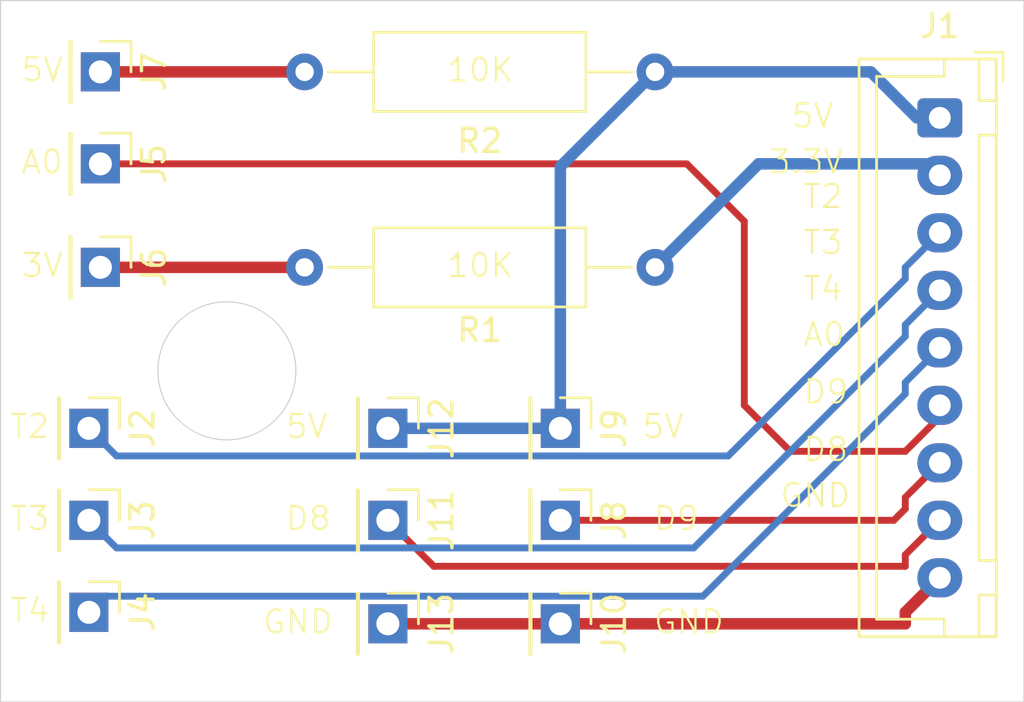
<source format=kicad_pcb>
(kicad_pcb (version 20240108) (generator "pcbnew") (generator_version "8.0")
  (layers (0 "F.Cu" signal) (31 "B.Cu" signal) (34 "B.Paste" user) (35 "F.Paste" user) (36 "B.SilkS" user "B.Silkscreen") (37 "F.SilkS" user "F.Silkscreen") (38 "B.Mask" user) (39 "F.Mask" user) (44 "Edge.Cuts" user))
  (net 0 "")
  (net 1 "T2")
  (net 2 "GND")
  (net 3 "D8")
  (net 4 "T4")
  (net 5 "A0")
  (net 6 "T3")
  (net 7 "+3.3V")
  (net 8 "D9")
  (net 9 "Net-(J6-Pin_1)")
  (net 10 "Net-(J7-Pin_1)")
  (net 11 "+5V")
  (footprint "Connector_PinHeader_2.54mm:PinHeader_1x01_P2.54mm_Vertical" (layer "F.Cu") (at 108.5 111 -90)
    (property "Reference" "J4" (at 0 -2.33 90) (layer "F.SilkS"))
    (property "Value" "T4 Wire")
    (fp_line (start -1.33 1.33) (end 1.33 1.33) (stroke (width 0.12)) (layer "F.SilkS"))
    (fp_line (start -1.33 1.27) (end -1.33 1.33) (stroke (width 0.12)) (layer "F.SilkS"))
    (fp_line (start -1.33 1.27) (end 1.33 1.27) (stroke (width 0.12)) (layer "F.SilkS"))
    (fp_line (start 1.33 1.27) (end 1.33 1.33) (stroke (width 0.12)) (layer "F.SilkS"))
    (fp_line (start -1.33 0) (end -1.33 -1.33) (stroke (width 0.12)) (layer "F.SilkS"))
    (fp_line (start -1.33 -1.33) (end 0 -1.33) (stroke (width 0.12)) (layer "F.SilkS"))
    (pad "1" thru_hole rect (at 0 0 270) (size 1.7 1.7) (drill 1) (layers "*.Cu" "*.Mask") (net 4 "T4"))
  )
  (footprint "Resistor_THT:R_Axial_DIN0309_L9.0mm_D3.2mm_P15.24mm_Horizontal" (layer "F.Cu") (at 133.12 96 180)
    (property "Reference" "R1" (at 7.62 -2.72 0) (layer "F.SilkS"))
    (property "Value" "10K")
    (fp_line (start 14.2 0) (end 12.24 0) (stroke (width 0.12)) (layer "F.SilkS"))
    (fp_line (start 12.24 1.72) (end 12.24 -1.72) (stroke (width 0.12)) (layer "F.SilkS"))
    (fp_line (start 12.24 -1.72) (end 3 -1.72) (stroke (width 0.12)) (layer "F.SilkS"))
    (fp_line (start 3 1.72) (end 12.24 1.72) (stroke (width 0.12)) (layer "F.SilkS"))
    (fp_line (start 3 -1.72) (end 3 1.72) (stroke (width 0.12)) (layer "F.SilkS"))
    (fp_line (start 1.04 0) (end 3 0) (stroke (width 0.12)) (layer "F.SilkS"))
    (pad "1" thru_hole circle (at 0 0 180) (size 1.6 1.6) (drill 0.8) (layers "*.Cu" "*.Mask") (net 7 "+3.3V"))
    (pad "2" thru_hole oval (at 15.24 0 180) (size 1.6 1.6) (drill 0.8) (layers "*.Cu" "*.Mask") (net 9 "Net-(J6-Pin_1)"))
  )
  (footprint "Connector_PinHeader_2.54mm:PinHeader_1x01_P2.54mm_Vertical" (layer "F.Cu") (at 121.5 103 -90)
    (property "Reference" "J12" (at 0 -2.33 90) (layer "F.SilkS"))
    (property "Value" "LED2 PWR")
    (fp_line (start -1.33 1.33) (end 1.33 1.33) (stroke (width 0.12)) (layer "F.SilkS"))
    (fp_line (start -1.33 1.27) (end -1.33 1.33) (stroke (width 0.12)) (layer "F.SilkS"))
    (fp_line (start -1.33 1.27) (end 1.33 1.27) (stroke (width 0.12)) (layer "F.SilkS"))
    (fp_line (start 1.33 1.27) (end 1.33 1.33) (stroke (width 0.12)) (layer "F.SilkS"))
    (fp_line (start -1.33 0) (end -1.33 -1.33) (stroke (width 0.12)) (layer "F.SilkS"))
    (fp_line (start -1.33 -1.33) (end 0 -1.33) (stroke (width 0.12)) (layer "F.SilkS"))
    (pad "1" thru_hole rect (at 0 0 270) (size 1.7 1.7) (drill 1) (layers "*.Cu" "*.Mask") (net 11 "+5V"))
  )
  (footprint "Connector_PinHeader_2.54mm:PinHeader_1x01_P2.54mm_Vertical" (layer "F.Cu") (at 129 111.5 -90)
    (property "Reference" "J10" (at 0 -2.33 90) (layer "F.SilkS"))
    (property "Value" "LED1 GND")
    (fp_line (start -1.33 1.33) (end 1.33 1.33) (stroke (width 0.12)) (layer "F.SilkS"))
    (fp_line (start -1.33 1.27) (end -1.33 1.33) (stroke (width 0.12)) (layer "F.SilkS"))
    (fp_line (start -1.33 1.27) (end 1.33 1.27) (stroke (width 0.12)) (layer "F.SilkS"))
    (fp_line (start 1.33 1.27) (end 1.33 1.33) (stroke (width 0.12)) (layer "F.SilkS"))
    (fp_line (start -1.33 0) (end -1.33 -1.33) (stroke (width 0.12)) (layer "F.SilkS"))
    (fp_line (start -1.33 -1.33) (end 0 -1.33) (stroke (width 0.12)) (layer "F.SilkS"))
    (pad "1" thru_hole rect (at 0 0 270) (size 1.7 1.7) (drill 1) (layers "*.Cu" "*.Mask") (net 2 "GND"))
  )
  (footprint "Connector_PinHeader_2.54mm:PinHeader_1x01_P2.54mm_Vertical" (layer "F.Cu") (at 108.5 107 -90)
    (property "Reference" "J3" (at 0 -2.33 90) (layer "F.SilkS"))
    (property "Value" "T3 Wire")
    (fp_line (start -1.33 1.33) (end 1.33 1.33) (stroke (width 0.12)) (layer "F.SilkS"))
    (fp_line (start -1.33 1.27) (end -1.33 1.33) (stroke (width 0.12)) (layer "F.SilkS"))
    (fp_line (start -1.33 1.27) (end 1.33 1.27) (stroke (width 0.12)) (layer "F.SilkS"))
    (fp_line (start 1.33 1.27) (end 1.33 1.33) (stroke (width 0.12)) (layer "F.SilkS"))
    (fp_line (start -1.33 0) (end -1.33 -1.33) (stroke (width 0.12)) (layer "F.SilkS"))
    (fp_line (start -1.33 -1.33) (end 0 -1.33) (stroke (width 0.12)) (layer "F.SilkS"))
    (pad "1" thru_hole rect (at 0 0 270) (size 1.7 1.7) (drill 1) (layers "*.Cu" "*.Mask") (net 6 "T3"))
  )
  (footprint "Resistor_THT:R_Axial_DIN0309_L9.0mm_D3.2mm_P15.24mm_Horizontal" (layer "F.Cu") (at 117.88 87.5)
    (property "Reference" "R2" (at 7.62 3 0) (layer "F.SilkS"))
    (property "Value" "10K")
    (fp_line (start 1.04 0) (end 3 0) (stroke (width 0.12)) (layer "F.SilkS"))
    (fp_line (start 3 -1.72) (end 3 1.72) (stroke (width 0.12)) (layer "F.SilkS"))
    (fp_line (start 3 1.72) (end 12.24 1.72) (stroke (width 0.12)) (layer "F.SilkS"))
    (fp_line (start 12.24 -1.72) (end 3 -1.72) (stroke (width 0.12)) (layer "F.SilkS"))
    (fp_line (start 12.24 1.72) (end 12.24 -1.72) (stroke (width 0.12)) (layer "F.SilkS"))
    (fp_line (start 14.2 0) (end 12.24 0) (stroke (width 0.12)) (layer "F.SilkS"))
    (pad "1" thru_hole circle (at 0 0) (size 1.6 1.6) (drill 0.8) (layers "*.Cu" "*.Mask") (net 10 "Net-(J7-Pin_1)"))
    (pad "2" thru_hole oval (at 15.24 0) (size 1.6 1.6) (drill 0.8) (layers "*.Cu" "*.Mask") (net 11 "+5V"))
  )
  (footprint "Connector_JST:JST_XH_B9B-XH-A_1x09_P2.50mm_Vertical" (layer "F.Cu") (at 145.5 89.5 -90)
    (property "Reference" "J1" (at -4 0 180) (layer "F.SilkS"))
    (property "Value" "B9B-XH-A")
    (fp_line (start -2.56 3.51) (end 22.56 3.51) (stroke (width 0.12)) (layer "F.SilkS"))
    (fp_line (start 22.56 3.51) (end 22.56 -2.46) (stroke (width 0.12)) (layer "F.SilkS"))
    (fp_line (start -1.8 2.75) (end 10 2.75) (stroke (width 0.12)) (layer "F.SilkS"))
    (fp_line (start 21.8 2.75) (end 10 2.75) (stroke (width 0.12)) (layer "F.SilkS"))
    (fp_line (start -2.55 -0.2) (end -1.8 -0.2) (stroke (width 0.12)) (layer "F.SilkS"))
    (fp_line (start -1.8 -0.2) (end -1.8 2.75) (stroke (width 0.12)) (layer "F.SilkS"))
    (fp_line (start 21.8 -0.2) (end 21.8 2.75) (stroke (width 0.12)) (layer "F.SilkS"))
    (fp_line (start 22.55 -0.2) (end 21.8 -0.2) (stroke (width 0.12)) (layer "F.SilkS"))
    (fp_line (start -2.55 -1.7) (end -0.75 -1.7) (stroke (width 0.12)) (layer "F.SilkS"))
    (fp_line (start -0.75 -1.7) (end -0.75 -2.45) (stroke (width 0.12)) (layer "F.SilkS"))
    (fp_line (start 0.75 -1.7) (end 19.25 -1.7) (stroke (width 0.12)) (layer "F.SilkS"))
    (fp_line (start 19.25 -1.7) (end 19.25 -2.45) (stroke (width 0.12)) (layer "F.SilkS"))
    (fp_line (start 20.75 -1.7) (end 22.55 -1.7) (stroke (width 0.12)) (layer "F.SilkS"))
    (fp_line (start 22.55 -1.7) (end 22.55 -2.45) (stroke (width 0.12)) (layer "F.SilkS"))
    (fp_line (start -2.55 -2.45) (end -2.55 -1.7) (stroke (width 0.12)) (layer "F.SilkS"))
    (fp_line (start -0.75 -2.45) (end -2.55 -2.45) (stroke (width 0.12)) (layer "F.SilkS"))
    (fp_line (start 0.75 -2.45) (end 0.75 -1.7) (stroke (width 0.12)) (layer "F.SilkS"))
    (fp_line (start 19.25 -2.45) (end 0.75 -2.45) (stroke (width 0.12)) (layer "F.SilkS"))
    (fp_line (start 20.75 -2.45) (end 20.75 -1.7) (stroke (width 0.12)) (layer "F.SilkS"))
    (fp_line (start 22.55 -2.45) (end 20.75 -2.45) (stroke (width 0.12)) (layer "F.SilkS"))
    (fp_line (start -2.56 -2.46) (end -2.56 3.51) (stroke (width 0.12)) (layer "F.SilkS"))
    (fp_line (start 22.56 -2.46) (end -2.56 -2.46) (stroke (width 0.12)) (layer "F.SilkS"))
    (fp_line (start -2.85 -2.75) (end -2.85 -1.5) (stroke (width 0.12)) (layer "F.SilkS"))
    (fp_line (start -1.6 -2.75) (end -2.85 -2.75) (stroke (width 0.12)) (layer "F.SilkS"))
    (pad "1" thru_hole roundrect (at 0 0 270) (size 1.7 1.95) (drill 0.95) (layers "*.Cu" "*.Mask") (roundrect_rratio 0.147059) (net 11 "+5V"))
    (pad "2" thru_hole oval (at 2.5 0 270) (size 1.7 1.95) (drill 0.95) (layers "*.Cu" "*.Mask") (net 7 "+3.3V"))
    (pad "3" thru_hole oval (at 5 0 270) (size 1.7 1.95) (drill 0.95) (layers "*.Cu" "*.Mask") (net 1 "T2"))
    (pad "4" thru_hole oval (at 7.5 0 270) (size 1.7 1.95) (drill 0.95) (layers "*.Cu" "*.Mask") (net 6 "T3"))
    (pad "5" thru_hole oval (at 10 0 270) (size 1.7 1.95) (drill 0.95) (layers "*.Cu" "*.Mask") (net 4 "T4"))
    (pad "6" thru_hole oval (at 12.5 0 270) (size 1.7 1.95) (drill 0.95) (layers "*.Cu" "*.Mask") (net 5 "A0"))
    (pad "7" thru_hole oval (at 15 0 270) (size 1.7 1.95) (drill 0.95) (layers "*.Cu" "*.Mask") (net 8 "D9"))
    (pad "8" thru_hole oval (at 17.5 0 270) (size 1.7 1.95) (drill 0.95) (layers "*.Cu" "*.Mask") (net 3 "D8"))
    (pad "9" thru_hole oval (at 20 0 270) (size 1.7 1.95) (drill 0.95) (layers "*.Cu" "*.Mask") (net 2 "GND"))
  )
  (footprint "Connector_PinHeader_2.54mm:PinHeader_1x01_P2.54mm_Vertical" (layer "F.Cu") (at 109 96 -90)
    (property "Reference" "J6" (at 0 -2.33 90) (layer "F.SilkS"))
    (property "Value" "Switch 3.3")
    (fp_line (start -1.33 1.33) (end 1.33 1.33) (stroke (width 0.12)) (layer "F.SilkS"))
    (fp_line (start -1.33 1.27) (end -1.33 1.33) (stroke (width 0.12)) (layer "F.SilkS"))
    (fp_line (start -1.33 1.27) (end 1.33 1.27) (stroke (width 0.12)) (layer "F.SilkS"))
    (fp_line (start 1.33 1.27) (end 1.33 1.33) (stroke (width 0.12)) (layer "F.SilkS"))
    (fp_line (start -1.33 0) (end -1.33 -1.33) (stroke (width 0.12)) (layer "F.SilkS"))
    (fp_line (start -1.33 -1.33) (end 0 -1.33) (stroke (width 0.12)) (layer "F.SilkS"))
    (pad "1" thru_hole rect (at 0 0 270) (size 1.7 1.7) (drill 1) (layers "*.Cu" "*.Mask") (net 9 "Net-(J6-Pin_1)"))
  )
  (footprint "Connector_PinHeader_2.54mm:PinHeader_1x01_P2.54mm_Vertical" (layer "F.Cu") (at 109 87.5 -90)
    (property "Reference" "J7" (at 0 -2.33 90) (layer "F.SilkS"))
    (property "Value" "Switch 5")
    (fp_line (start -1.33 1.33) (end 1.33 1.33) (stroke (width 0.12)) (layer "F.SilkS"))
    (fp_line (start -1.33 1.27) (end -1.33 1.33) (stroke (width 0.12)) (layer "F.SilkS"))
    (fp_line (start -1.33 1.27) (end 1.33 1.27) (stroke (width 0.12)) (layer "F.SilkS"))
    (fp_line (start 1.33 1.27) (end 1.33 1.33) (stroke (width 0.12)) (layer "F.SilkS"))
    (fp_line (start -1.33 0) (end -1.33 -1.33) (stroke (width 0.12)) (layer "F.SilkS"))
    (fp_line (start -1.33 -1.33) (end 0 -1.33) (stroke (width 0.12)) (layer "F.SilkS"))
    (pad "1" thru_hole rect (at 0 0 270) (size 1.7 1.7) (drill 1) (layers "*.Cu" "*.Mask") (net 10 "Net-(J7-Pin_1)"))
  )
  (footprint "Connector_PinHeader_2.54mm:PinHeader_1x01_P2.54mm_Vertical" (layer "F.Cu") (at 129 107 -90)
    (property "Reference" "J8" (at 0 -2.33 90) (layer "F.SilkS"))
    (property "Value" "LED1 Signal Wire")
    (fp_line (start -1.33 1.33) (end 1.33 1.33) (stroke (width 0.12)) (layer "F.SilkS"))
    (fp_line (start -1.33 1.27) (end -1.33 1.33) (stroke (width 0.12)) (layer "F.SilkS"))
    (fp_line (start -1.33 1.27) (end 1.33 1.27) (stroke (width 0.12)) (layer "F.SilkS"))
    (fp_line (start 1.33 1.27) (end 1.33 1.33) (stroke (width 0.12)) (layer "F.SilkS"))
    (fp_line (start -1.33 0) (end -1.33 -1.33) (stroke (width 0.12)) (layer "F.SilkS"))
    (fp_line (start -1.33 -1.33) (end 0 -1.33) (stroke (width 0.12)) (layer "F.SilkS"))
    (pad "1" thru_hole rect (at 0 0 270) (size 1.7 1.7) (drill 1) (layers "*.Cu" "*.Mask") (net 8 "D9"))
  )
  (footprint "Connector_PinHeader_2.54mm:PinHeader_1x01_P2.54mm_Vertical" (layer "F.Cu") (at 121.5 107 -90)
    (property "Reference" "J11" (at 0 -2.33 90) (layer "F.SilkS"))
    (property "Value" "LED2 Signal Wire")
    (fp_line (start -1.33 1.33) (end 1.33 1.33) (stroke (width 0.12)) (layer "F.SilkS"))
    (fp_line (start -1.33 1.27) (end -1.33 1.33) (stroke (width 0.12)) (layer "F.SilkS"))
    (fp_line (start -1.33 1.27) (end 1.33 1.27) (stroke (width 0.12)) (layer "F.SilkS"))
    (fp_line (start 1.33 1.27) (end 1.33 1.33) (stroke (width 0.12)) (layer "F.SilkS"))
    (fp_line (start -1.33 0) (end -1.33 -1.33) (stroke (width 0.12)) (layer "F.SilkS"))
    (fp_line (start -1.33 -1.33) (end 0 -1.33) (stroke (width 0.12)) (layer "F.SilkS"))
    (pad "1" thru_hole rect (at 0 0 270) (size 1.7 1.7) (drill 1) (layers "*.Cu" "*.Mask") (net 3 "D8"))
  )
  (footprint "Connector_PinHeader_2.54mm:PinHeader_1x01_P2.54mm_Vertical" (layer "F.Cu") (at 108.5 103 -90)
    (property "Reference" "J2" (at 0 -2.33 90) (layer "F.SilkS"))
    (property "Value" "T2 Wire")
    (fp_line (start -1.33 1.33) (end 1.33 1.33) (stroke (width 0.12)) (layer "F.SilkS"))
    (fp_line (start -1.33 1.27) (end -1.33 1.33) (stroke (width 0.12)) (layer "F.SilkS"))
    (fp_line (start -1.33 1.27) (end 1.33 1.27) (stroke (width 0.12)) (layer "F.SilkS"))
    (fp_line (start 1.33 1.27) (end 1.33 1.33) (stroke (width 0.12)) (layer "F.SilkS"))
    (fp_line (start -1.33 0) (end -1.33 -1.33) (stroke (width 0.12)) (layer "F.SilkS"))
    (fp_line (start -1.33 -1.33) (end 0 -1.33) (stroke (width 0.12)) (layer "F.SilkS"))
    (pad "1" thru_hole rect (at 0 0 270) (size 1.7 1.7) (drill 1) (layers "*.Cu" "*.Mask") (net 1 "T2"))
  )
  (footprint "Connector_PinHeader_2.54mm:PinHeader_1x01_P2.54mm_Vertical" (layer "F.Cu") (at 109 91.5 -90)
    (property "Reference" "J5" (at 0 -2.33 90) (layer "F.SilkS"))
    (property "Value" "Switch Signal Wire")
    (fp_line (start -1.33 1.33) (end 1.33 1.33) (stroke (width 0.12)) (layer "F.SilkS"))
    (fp_line (start -1.33 1.27) (end -1.33 1.33) (stroke (width 0.12)) (layer "F.SilkS"))
    (fp_line (start -1.33 1.27) (end 1.33 1.27) (stroke (width 0.12)) (layer "F.SilkS"))
    (fp_line (start 1.33 1.27) (end 1.33 1.33) (stroke (width 0.12)) (layer "F.SilkS"))
    (fp_line (start -1.33 0) (end -1.33 -1.33) (stroke (width 0.12)) (layer "F.SilkS"))
    (fp_line (start -1.33 -1.33) (end 0 -1.33) (stroke (width 0.12)) (layer "F.SilkS"))
    (pad "1" thru_hole rect (at 0 0 270) (size 1.7 1.7) (drill 1) (layers "*.Cu" "*.Mask") (net 5 "A0"))
  )
  (footprint "Connector_PinHeader_2.54mm:PinHeader_1x01_P2.54mm_Vertical" (layer "F.Cu") (at 129 103 -90)
    (property "Reference" "J9" (at 0 -2.33 90) (layer "F.SilkS"))
    (property "Value" "LED1 PWR")
    (fp_line (start -1.33 1.33) (end 1.33 1.33) (stroke (width 0.12)) (layer "F.SilkS"))
    (fp_line (start -1.33 1.27) (end -1.33 1.33) (stroke (width 0.12)) (layer "F.SilkS"))
    (fp_line (start -1.33 1.27) (end 1.33 1.27) (stroke (width 0.12)) (layer "F.SilkS"))
    (fp_line (start 1.33 1.27) (end 1.33 1.33) (stroke (width 0.12)) (layer "F.SilkS"))
    (fp_line (start -1.33 0) (end -1.33 -1.33) (stroke (width 0.12)) (layer "F.SilkS"))
    (fp_line (start -1.33 -1.33) (end 0 -1.33) (stroke (width 0.12)) (layer "F.SilkS"))
    (pad "1" thru_hole rect (at 0 0 270) (size 1.7 1.7) (drill 1) (layers "*.Cu" "*.Mask") (net 11 "+5V"))
  )
  (footprint "Connector_PinHeader_2.54mm:PinHeader_1x01_P2.54mm_Vertical" (layer "F.Cu") (at 121.5 111.5 -90)
    (property "Reference" "J13" (at 0 -2.33 90) (layer "F.SilkS"))
    (property "Value" "LED2 GND")
    (fp_line (start -1.33 1.33) (end 1.33 1.33) (stroke (width 0.12)) (layer "F.SilkS"))
    (fp_line (start -1.33 1.27) (end -1.33 1.33) (stroke (width 0.12)) (layer "F.SilkS"))
    (fp_line (start -1.33 1.27) (end 1.33 1.27) (stroke (width 0.12)) (layer "F.SilkS"))
    (fp_line (start 1.33 1.27) (end 1.33 1.33) (stroke (width 0.12)) (layer "F.SilkS"))
    (fp_line (start -1.33 0) (end -1.33 -1.33) (stroke (width 0.12)) (layer "F.SilkS"))
    (fp_line (start -1.33 -1.33) (end 0 -1.33) (stroke (width 0.12)) (layer "F.SilkS"))
    (pad "1" thru_hole rect (at 0 0 270) (size 1.7 1.7) (drill 1) (layers "*.Cu" "*.Mask") (net 2 "GND"))
  )
  (gr_circle (center 114.5 100.5) (end 117.5 100.5) (stroke (width 0.05)) (fill none) (layer "Edge.Cuts"))
  (gr_rect (start 104.66 84.4) (end 149.16 114.9) (stroke (width 0.05)) (fill none) (layer "Edge.Cuts"))
  (gr_text "T3" (at 139.5 95.5 0) (layer "F.SilkS") (effects (font (size 1 1) (thickness 0.1)) (justify left bottom)))
  (gr_text "A0" (at 139.5 99.5 0) (layer "F.SilkS") (effects (font (size 1 1) (thickness 0.1)) (justify left bottom)))
  (gr_text "10K\n" (at 124 96.5 0) (layer "F.SilkS") (effects (font (size 1 1) (thickness 0.1)) (justify left bottom)))
  (gr_text "D8" (at 117 107.5 0) (layer "F.SilkS") (effects (font (size 1 1) (thickness 0.1)) (justify left bottom)))
  (gr_text "D8\n" (at 139.5 104.5 0) (layer "F.SilkS") (effects (font (size 1 1) (thickness 0.1)) (justify left bottom)))
  (gr_text "T2\n" (at 105 103.5 0) (layer "F.SilkS") (effects (font (size 1 1) (thickness 0.1)) (justify left bottom)))
  (gr_text "T2" (at 139.5 93.5 0) (layer "F.SilkS") (effects (font (size 1 1) (thickness 0.1)) (justify left bottom)))
  (gr_text "5V\n" (at 139 90 0) (layer "F.SilkS") (effects (font (size 1 1) (thickness 0.1)) (justify left bottom)))
  (gr_text "T3\n" (at 105 107.5 0) (layer "F.SilkS") (effects (font (size 1 1) (thickness 0.1)) (justify left bottom)))
  (gr_text "GND" (at 116 112 0) (layer "F.SilkS") (effects (font (size 1 1) (thickness 0.1)) (justify left bottom)))
  (gr_text "A0\n" (at 105.5 92 0) (layer "F.SilkS") (effects (font (size 1 1) (thickness 0.1)) (justify left bottom)))
  (gr_text "D9\n" (at 133 107.5 0) (layer "F.SilkS") (effects (font (size 1 1) (thickness 0.1)) (justify left bottom)))
  (gr_text "10K\n" (at 124 88 0) (layer "F.SilkS") (effects (font (size 1 1) (thickness 0.1)) (justify left bottom)))
  (gr_text "5V\n" (at 117 103.5 0) (layer "F.SilkS") (effects (font (size 1 1) (thickness 0.1)) (justify left bottom)))
  (gr_text "5V\n" (at 105.5 88 0) (layer "F.SilkS") (effects (font (size 1 1) (thickness 0.1)) (justify left bottom)))
  (gr_text "5V\n" (at 132.5 103.5 0) (layer "F.SilkS") (effects (font (size 1 1) (thickness 0.1)) (justify left bottom)))
  (gr_text "GND\n" (at 138.5 106.5 0) (layer "F.SilkS") (effects (font (size 1 1) (thickness 0.1)) (justify left bottom)))
  (gr_text "3.3V\n" (at 138 92 0) (layer "F.SilkS") (effects (font (size 1 1) (thickness 0.1)) (justify left bottom)))
  (gr_text "3V" (at 105.5 96.5 0) (layer "F.SilkS") (effects (font (size 1 1) (thickness 0.1)) (justify left bottom)))
  (gr_text "GND" (at 133 112 0) (layer "F.SilkS") (effects (font (size 1 1) (thickness 0.1)) (justify left bottom)))
  (gr_text "T4" (at 105 111.5 0) (layer "F.SilkS") (effects (font (size 1 1) (thickness 0.1)) (justify left bottom)))
  (gr_text "D9" (at 139.5 102 0) (layer "F.SilkS") (effects (font (size 1 1) (thickness 0.1)) (justify left bottom)))
  (gr_text "T4\n" (at 139.5 97.5 0) (layer "F.SilkS") (effects (font (size 1 1) (thickness 0.1)) (justify left bottom)))
  (segment (start 144 96.5) (end 136.3 104.2) (width 0.3) (layer "B.Cu") (net 1))
  (segment (start 136.3 104.2) (end 109.7 104.2) (width 0.3) (layer "B.Cu") (net 1))
  (segment (start 144 96.5) (end 144 96) (width 0.3) (layer "B.Cu") (net 1))
  (segment (start 144 96) (end 145.5 94.5) (width 0.3) (layer "B.Cu") (net 1))
  (segment (start 109.7 104.2) (end 108.5 103) (width 0.3) (layer "B.Cu") (net 1))
  (segment (start 129 111.5) (end 121.5 111.5) (width 0.5) (layer "F.Cu") (net 2))
  (segment (start 144 111.5) (end 144 111) (width 0.5) (layer "F.Cu") (net 2))
  (segment (start 144 111) (end 145.5 109.5) (width 0.5) (layer "F.Cu") (net 2))
  (segment (start 144 111.5) (end 129 111.5) (width 0.5) (layer "F.Cu") (net 2))
  (segment (start 144 108.5) (end 144 109) (width 0.3) (layer "F.Cu") (net 3))
  (segment (start 145.5 107) (end 144 108.5) (width 0.3) (layer "F.Cu") (net 3))
  (segment (start 121.5 107) (end 123.5 109) (width 0.3) (layer "F.Cu") (net 3))
  (segment (start 123.5 109) (end 144 109) (width 0.3) (layer "F.Cu") (net 3))
  (segment (start 144 101) (end 144 101.5) (width 0.3) (layer "B.Cu") (net 4))
  (segment (start 145.5 99.5) (end 144 101) (width 0.3) (layer "B.Cu") (net 4))
  (segment (start 109.2 110.3) (end 108.5 111) (width 0.3) (layer "B.Cu") (net 4))
  (segment (start 135.2 110.3) (end 109.2 110.3) (width 0.3) (layer "B.Cu") (net 4))
  (segment (start 144 101.5) (end 135.2 110.3) (width 0.3) (layer "B.Cu") (net 4))
  (segment (start 109 91.5) (end 134.5 91.5) (width 0.3) (layer "F.Cu") (net 5))
  (segment (start 145.5 102.5) (end 144 104) (width 0.3) (layer "F.Cu") (net 5))
  (segment (start 134.5 91.5) (end 137 94) (width 0.3) (layer "F.Cu") (net 5))
  (segment (start 137 94) (end 137 102) (width 0.3) (layer "F.Cu") (net 5))
  (segment (start 139 104) (end 144 104) (width 0.3) (layer "F.Cu") (net 5))
  (segment (start 145.5 102) (end 145.5 102.5) (width 0.3) (layer "F.Cu") (net 5))
  (segment (start 137 102) (end 139 104) (width 0.3) (layer "F.Cu") (net 5))
  (segment (start 145.5 97) (end 144 98.5) (width 0.3) (layer "B.Cu") (net 6))
  (segment (start 144 99) (end 134.8 108.2) (width 0.3) (layer "B.Cu") (net 6))
  (segment (start 144 98.5) (end 144 99) (width 0.3) (layer "B.Cu") (net 6))
  (segment (start 109.7 108.2) (end 108.5 107) (width 0.3) (layer "B.Cu") (net 6))
  (segment (start 134.8 108.2) (end 109.7 108.2) (width 0.3) (layer "B.Cu") (net 6))
  (segment (start 137.62 91.5) (end 145 91.5) (width 0.5) (layer "B.Cu") (net 7))
  (segment (start 145 91.5) (end 145.5 92) (width 0.5) (layer "B.Cu") (net 7))
  (segment (start 133.12 96) (end 137.62 91.5) (width 0.5) (layer "B.Cu") (net 7))
  (segment (start 145.5 104.5) (end 144 106) (width 0.3) (layer "F.Cu") (net 8))
  (segment (start 144 106) (end 144 106.5) (width 0.3) (layer "F.Cu") (net 8))
  (segment (start 129 107) (end 143.5 107) (width 0.3) (layer "F.Cu") (net 8))
  (segment (start 143.5 107) (end 144 106.5) (width 0.3) (layer "F.Cu") (net 8))
  (segment (start 117.88 96) (end 109 96) (width 0.5) (layer "F.Cu") (net 9))
  (segment (start 117.88 87.5) (end 109 87.5) (width 0.5) (layer "F.Cu") (net 10))
  (segment (start 133.12 87.5) (end 129 91.62) (width 0.5) (layer "B.Cu") (net 11))
  (segment (start 142.5 87.5) (end 144.5 89.5) (width 0.5) (layer "B.Cu") (net 11))
  (segment (start 129 91.62) (end 129 103) (width 0.5) (layer "B.Cu") (net 11))
  (segment (start 133.12 87.5) (end 142.5 87.5) (width 0.5) (layer "B.Cu") (net 11))
  (segment (start 144.5 89.5) (end 145.5 89.5) (width 0.5) (layer "B.Cu") (net 11))
  (segment (start 129 103) (end 121.5 103) (width 0.5) (layer "B.Cu") (net 11))
)
</source>
